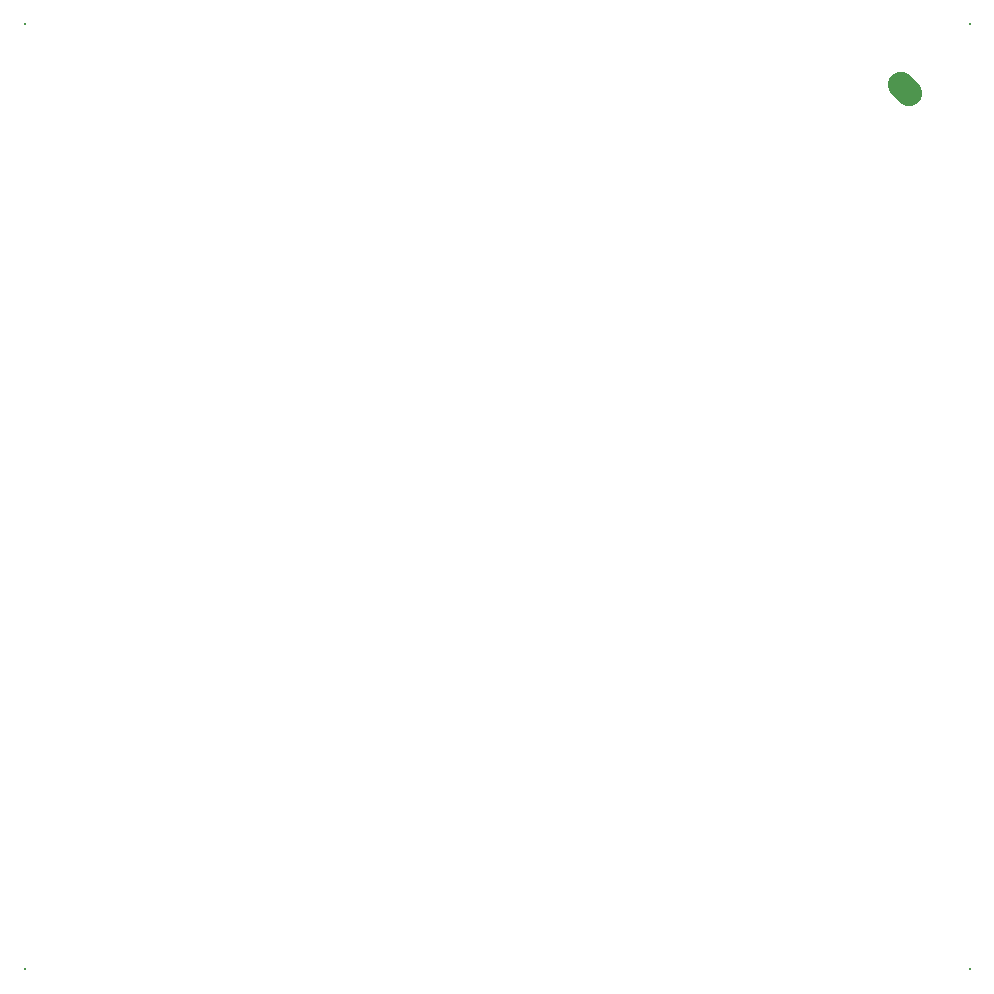
<source format=gbs>
G04 Layer_Color=16711935*
%FSLAX25Y25*%
%MOIN*%
G70*
G01*
G75*
%ADD15C,0.00800*%
G04:AMPARAMS|DCode=16|XSize=126.11mil|YSize=86.74mil|CornerRadius=0mil|HoleSize=0mil|Usage=FLASHONLY|Rotation=135.000|XOffset=0mil|YOffset=0mil|HoleType=Round|Shape=Round|*
%AMOVALD16*
21,1,0.03937,0.08674,0.00000,0.00000,135.0*
1,1,0.08674,0.01392,-0.01392*
1,1,0.08674,-0.01392,0.01392*
%
%ADD16OVALD16*%

D15*
X-157480Y-157480D02*
D03*
X157480D02*
D03*
Y157480D02*
D03*
X-157480D02*
D03*
D16*
X135827Y135827D02*
D03*
M02*

</source>
